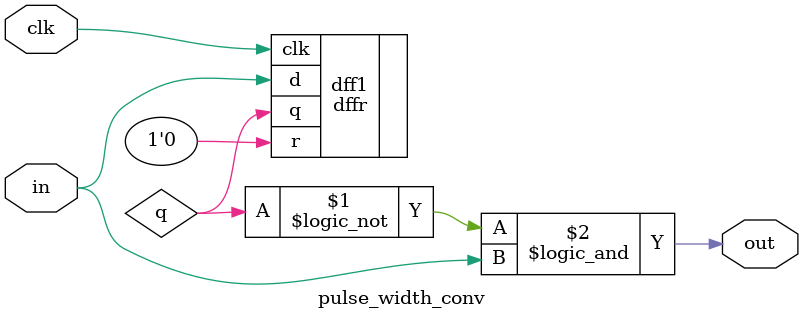
<source format=v>
module pulse_width_conv(in,out,clk);
//Declaration of the ports
input in,clk;
output out;
//Achievement
wire q;
dffr dff1(.d(in),.r(1'b0),.clk(clk),.q(q));
assign out= (!q) && in;

endmodule

</source>
